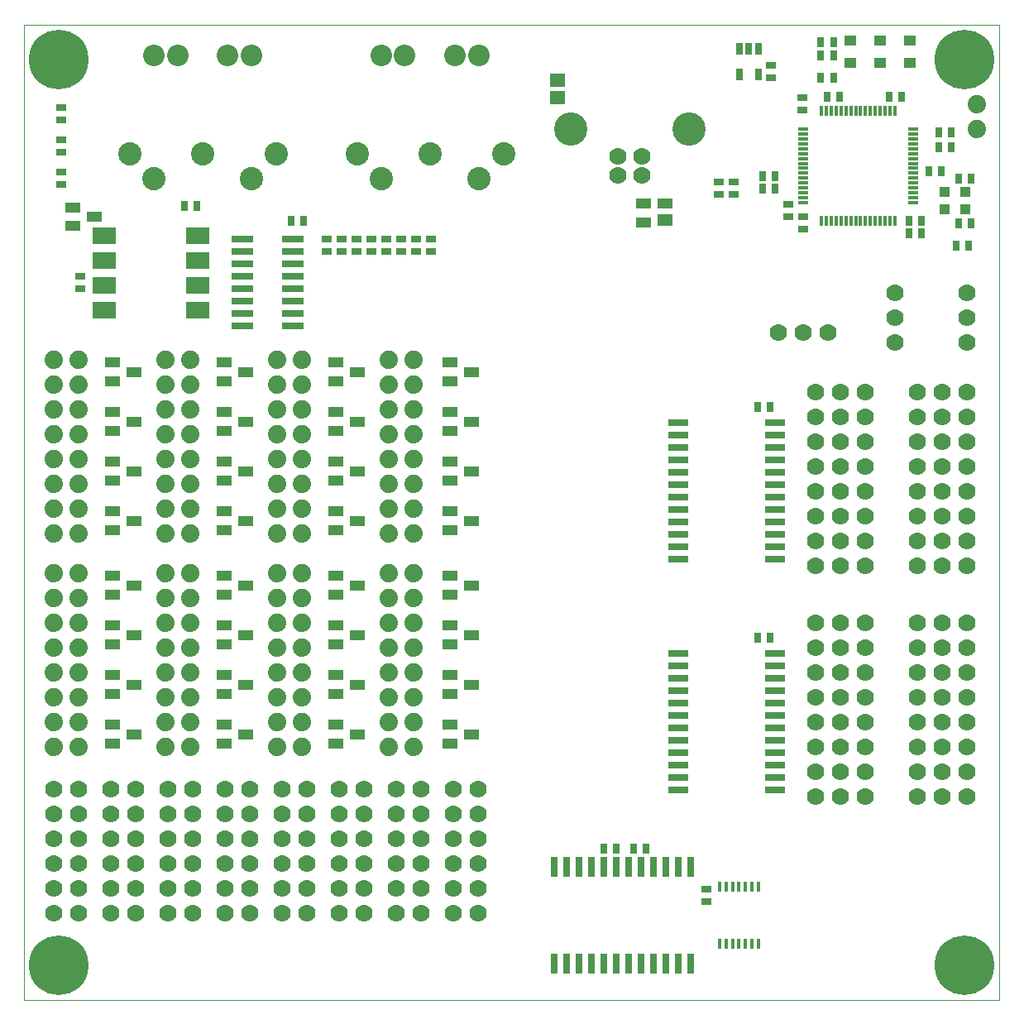
<source format=gts>
G75*
%MOIN*%
%OFA0B0*%
%FSLAX25Y25*%
%IPPOS*%
%LPD*%
%AMOC8*
5,1,8,0,0,1.08239X$1,22.5*
%
%ADD10C,0.00000*%
%ADD11C,0.07000*%
%ADD12C,0.13400*%
%ADD13R,0.09061X0.02762*%
%ADD14C,0.09400*%
%ADD15C,0.08668*%
%ADD16R,0.05912X0.04337*%
%ADD17R,0.02565X0.05124*%
%ADD18R,0.03156X0.03943*%
%ADD19R,0.03943X0.03156*%
%ADD20R,0.08400X0.02762*%
%ADD21R,0.05124X0.04250*%
%ADD22R,0.09455X0.06699*%
%ADD23R,0.06069X0.04337*%
%ADD24R,0.06069X0.05124*%
%ADD25C,0.07400*%
%ADD26R,0.06306X0.05518*%
%ADD27R,0.04337X0.01581*%
%ADD28R,0.01581X0.04337*%
%ADD29R,0.04337X0.03943*%
%ADD30R,0.02762X0.08400*%
%ADD31R,0.01600X0.04300*%
%ADD32C,0.24022*%
D10*
X0001500Y0001500D02*
X0001500Y0394500D01*
X0394500Y0394500D01*
X0394500Y0001500D01*
X0001500Y0001500D01*
D11*
X0013500Y0036500D03*
X0013500Y0046500D03*
X0023500Y0046500D03*
X0023500Y0036500D03*
X0036500Y0036500D03*
X0036500Y0046500D03*
X0046500Y0046500D03*
X0046500Y0036500D03*
X0059500Y0036500D03*
X0059500Y0046500D03*
X0069500Y0046500D03*
X0069500Y0036500D03*
X0082500Y0036500D03*
X0082500Y0046500D03*
X0082500Y0056500D03*
X0082500Y0066500D03*
X0082500Y0076500D03*
X0082500Y0086500D03*
X0092500Y0086500D03*
X0092500Y0076500D03*
X0092500Y0066500D03*
X0092500Y0056500D03*
X0092500Y0046500D03*
X0092500Y0036500D03*
X0105500Y0036500D03*
X0105500Y0046500D03*
X0105500Y0056500D03*
X0105500Y0066500D03*
X0105500Y0076500D03*
X0105500Y0086500D03*
X0115500Y0086500D03*
X0115500Y0076500D03*
X0115500Y0066500D03*
X0115500Y0056500D03*
X0115500Y0046500D03*
X0115500Y0036500D03*
X0128500Y0036500D03*
X0128500Y0046500D03*
X0138500Y0046500D03*
X0138500Y0036500D03*
X0151500Y0036500D03*
X0151500Y0046500D03*
X0161500Y0046500D03*
X0161500Y0036500D03*
X0174500Y0036500D03*
X0174500Y0046500D03*
X0184500Y0046500D03*
X0184500Y0036500D03*
X0184500Y0056500D03*
X0184500Y0066500D03*
X0174500Y0066500D03*
X0174500Y0056500D03*
X0161500Y0056500D03*
X0161500Y0066500D03*
X0151500Y0066500D03*
X0151500Y0056500D03*
X0138500Y0056500D03*
X0138500Y0066500D03*
X0128500Y0066500D03*
X0128500Y0056500D03*
X0128500Y0076500D03*
X0128500Y0086500D03*
X0138500Y0086500D03*
X0138500Y0076500D03*
X0151500Y0076500D03*
X0151500Y0086500D03*
X0161500Y0086500D03*
X0161500Y0076500D03*
X0174500Y0076500D03*
X0174500Y0086500D03*
X0184500Y0086500D03*
X0184500Y0076500D03*
X0069500Y0076500D03*
X0069500Y0086500D03*
X0059500Y0086500D03*
X0059500Y0076500D03*
X0059500Y0066500D03*
X0059500Y0056500D03*
X0069500Y0056500D03*
X0069500Y0066500D03*
X0046500Y0066500D03*
X0046500Y0056500D03*
X0036500Y0056500D03*
X0036500Y0066500D03*
X0036500Y0076500D03*
X0036500Y0086500D03*
X0046500Y0086500D03*
X0046500Y0076500D03*
X0023500Y0076500D03*
X0023500Y0086500D03*
X0013500Y0086500D03*
X0013500Y0076500D03*
X0013500Y0066500D03*
X0013500Y0056500D03*
X0023500Y0056500D03*
X0023500Y0066500D03*
X0240579Y0333700D03*
X0240579Y0341500D03*
X0250421Y0341500D03*
X0250421Y0333700D03*
X0305500Y0270500D03*
X0315500Y0270500D03*
X0325500Y0270500D03*
X0320500Y0246500D03*
X0320500Y0236500D03*
X0320500Y0226500D03*
X0320500Y0216500D03*
X0320500Y0206500D03*
X0320500Y0196500D03*
X0320500Y0186500D03*
X0320500Y0176500D03*
X0330500Y0176500D03*
X0340500Y0176500D03*
X0340500Y0186500D03*
X0340500Y0196500D03*
X0330500Y0196500D03*
X0330500Y0186500D03*
X0330500Y0206500D03*
X0330500Y0216500D03*
X0340500Y0216500D03*
X0340500Y0206500D03*
X0340500Y0226500D03*
X0340500Y0236500D03*
X0330500Y0236500D03*
X0330500Y0226500D03*
X0330500Y0246500D03*
X0340500Y0246500D03*
X0352500Y0266500D03*
X0352500Y0276500D03*
X0352500Y0286500D03*
X0381500Y0286500D03*
X0381500Y0276500D03*
X0381500Y0266500D03*
X0381500Y0246500D03*
X0381500Y0236500D03*
X0381500Y0226500D03*
X0381500Y0216500D03*
X0381500Y0206500D03*
X0381500Y0196500D03*
X0381500Y0186500D03*
X0381500Y0176500D03*
X0371500Y0176500D03*
X0361500Y0176500D03*
X0361500Y0186500D03*
X0361500Y0196500D03*
X0371500Y0196500D03*
X0371500Y0186500D03*
X0371500Y0206500D03*
X0371500Y0216500D03*
X0361500Y0216500D03*
X0361500Y0206500D03*
X0361500Y0226500D03*
X0361500Y0236500D03*
X0371500Y0236500D03*
X0371500Y0226500D03*
X0371500Y0246500D03*
X0361500Y0246500D03*
X0361500Y0153500D03*
X0361500Y0143500D03*
X0371500Y0143500D03*
X0371500Y0153500D03*
X0381500Y0153500D03*
X0381500Y0143500D03*
X0381500Y0133500D03*
X0381500Y0123500D03*
X0381500Y0113500D03*
X0381500Y0103500D03*
X0381500Y0093500D03*
X0381500Y0083500D03*
X0371500Y0083500D03*
X0371500Y0093500D03*
X0361500Y0093500D03*
X0361500Y0083500D03*
X0361500Y0103500D03*
X0361500Y0113500D03*
X0371500Y0113500D03*
X0371500Y0103500D03*
X0371500Y0123500D03*
X0371500Y0133500D03*
X0361500Y0133500D03*
X0361500Y0123500D03*
X0340500Y0123500D03*
X0340500Y0133500D03*
X0330500Y0133500D03*
X0330500Y0123500D03*
X0330500Y0113500D03*
X0330500Y0103500D03*
X0340500Y0103500D03*
X0340500Y0113500D03*
X0340500Y0093500D03*
X0340500Y0083500D03*
X0330500Y0083500D03*
X0330500Y0093500D03*
X0320500Y0093500D03*
X0320500Y0083500D03*
X0320500Y0103500D03*
X0320500Y0113500D03*
X0320500Y0123500D03*
X0320500Y0133500D03*
X0320500Y0143500D03*
X0320500Y0153500D03*
X0330500Y0153500D03*
X0330500Y0143500D03*
X0340500Y0143500D03*
X0340500Y0153500D03*
D12*
X0269200Y0352200D03*
X0221800Y0352200D03*
D13*
X0109736Y0308000D03*
X0109736Y0303000D03*
X0109736Y0298000D03*
X0109736Y0293000D03*
X0109736Y0288000D03*
X0109736Y0283000D03*
X0109736Y0278000D03*
X0109736Y0273000D03*
X0089264Y0273000D03*
X0089264Y0278000D03*
X0089264Y0283000D03*
X0089264Y0288000D03*
X0089264Y0293000D03*
X0089264Y0298000D03*
X0089264Y0303000D03*
X0089264Y0308000D03*
D14*
X0093135Y0332306D03*
X0103135Y0342227D03*
X0073489Y0342187D03*
X0053765Y0332266D03*
X0044040Y0342227D03*
X0135540Y0342227D03*
X0145265Y0332266D03*
X0164989Y0342187D03*
X0184635Y0332306D03*
X0194635Y0342227D03*
D15*
X0184635Y0382027D03*
X0174935Y0382027D03*
X0154835Y0382027D03*
X0145235Y0382027D03*
X0093135Y0382027D03*
X0083435Y0382027D03*
X0063335Y0382027D03*
X0053735Y0382027D03*
D16*
X0029831Y0317000D03*
X0021169Y0313260D03*
X0021169Y0320740D03*
X0037169Y0258240D03*
X0037169Y0250760D03*
X0045831Y0254500D03*
X0037169Y0238240D03*
X0037169Y0230760D03*
X0045831Y0234500D03*
X0037169Y0218240D03*
X0037169Y0210760D03*
X0045831Y0214500D03*
X0037169Y0198240D03*
X0037169Y0190760D03*
X0045831Y0194500D03*
X0037169Y0172240D03*
X0037169Y0164760D03*
X0045831Y0168500D03*
X0037169Y0152240D03*
X0037169Y0144760D03*
X0045831Y0148500D03*
X0037169Y0132240D03*
X0037169Y0124760D03*
X0045831Y0128500D03*
X0037169Y0112240D03*
X0037169Y0104760D03*
X0045831Y0108500D03*
X0082169Y0104760D03*
X0082169Y0112240D03*
X0090831Y0108500D03*
X0082169Y0124760D03*
X0082169Y0132240D03*
X0090831Y0128500D03*
X0082169Y0144760D03*
X0082169Y0152240D03*
X0090831Y0148500D03*
X0082169Y0164760D03*
X0082169Y0172240D03*
X0090831Y0168500D03*
X0082169Y0190760D03*
X0082169Y0198240D03*
X0090831Y0194500D03*
X0082169Y0210760D03*
X0082169Y0218240D03*
X0090831Y0214500D03*
X0082169Y0230760D03*
X0082169Y0238240D03*
X0090831Y0234500D03*
X0082169Y0250760D03*
X0082169Y0258240D03*
X0090831Y0254500D03*
X0127169Y0250760D03*
X0127169Y0258240D03*
X0135831Y0254500D03*
X0127169Y0238240D03*
X0127169Y0230760D03*
X0135831Y0234500D03*
X0127169Y0218240D03*
X0127169Y0210760D03*
X0135831Y0214500D03*
X0127169Y0198240D03*
X0127169Y0190760D03*
X0135831Y0194500D03*
X0127169Y0172240D03*
X0127169Y0164760D03*
X0135831Y0168500D03*
X0127169Y0152240D03*
X0127169Y0144760D03*
X0135831Y0148500D03*
X0127169Y0132240D03*
X0127169Y0124760D03*
X0135831Y0128500D03*
X0127169Y0112240D03*
X0127169Y0104760D03*
X0135831Y0108500D03*
X0173169Y0104760D03*
X0173169Y0112240D03*
X0181831Y0108500D03*
X0173169Y0124760D03*
X0173169Y0132240D03*
X0181831Y0128500D03*
X0173169Y0144760D03*
X0173169Y0152240D03*
X0181831Y0148500D03*
X0173169Y0164760D03*
X0173169Y0172240D03*
X0181831Y0168500D03*
X0173169Y0190760D03*
X0173169Y0198240D03*
X0181831Y0194500D03*
X0173169Y0210760D03*
X0173169Y0218240D03*
X0181831Y0214500D03*
X0173169Y0230760D03*
X0173169Y0238240D03*
X0181831Y0234500D03*
X0173169Y0250760D03*
X0173169Y0258240D03*
X0181831Y0254500D03*
D17*
X0289760Y0374382D03*
X0297240Y0374382D03*
X0297240Y0384618D03*
X0293500Y0384618D03*
X0289760Y0384618D03*
D18*
X0322441Y0382000D03*
X0327559Y0382000D03*
X0327559Y0387500D03*
X0322441Y0387500D03*
X0322441Y0373000D03*
X0327559Y0373000D03*
X0330059Y0365500D03*
X0324941Y0365500D03*
X0349941Y0365500D03*
X0355059Y0365500D03*
X0369941Y0351000D03*
X0375059Y0351000D03*
X0375059Y0345000D03*
X0369941Y0345000D03*
X0371059Y0335500D03*
X0365941Y0335500D03*
X0377941Y0332500D03*
X0383059Y0332500D03*
X0383059Y0314500D03*
X0377941Y0314500D03*
X0376941Y0305500D03*
X0382059Y0305500D03*
X0363059Y0310500D03*
X0363059Y0315500D03*
X0357941Y0315500D03*
X0357941Y0310500D03*
X0304059Y0328500D03*
X0298941Y0328500D03*
X0298941Y0333500D03*
X0304059Y0333500D03*
X0302059Y0240500D03*
X0296941Y0240500D03*
X0296941Y0147500D03*
X0302059Y0147500D03*
X0252059Y0062500D03*
X0246941Y0062500D03*
X0240059Y0062500D03*
X0234941Y0062500D03*
X0114059Y0315500D03*
X0108941Y0315500D03*
X0071059Y0321500D03*
X0065941Y0321500D03*
D19*
X0024000Y0293059D03*
X0024000Y0287941D03*
X0016500Y0329941D03*
X0016500Y0335059D03*
X0016500Y0342941D03*
X0016500Y0348059D03*
X0016500Y0355941D03*
X0016500Y0361059D03*
X0123500Y0308059D03*
X0123500Y0302941D03*
X0129500Y0302941D03*
X0129500Y0308059D03*
X0135500Y0308059D03*
X0135500Y0302941D03*
X0141500Y0302941D03*
X0141500Y0308059D03*
X0147500Y0308059D03*
X0147500Y0302941D03*
X0153500Y0302941D03*
X0153500Y0308059D03*
X0159500Y0308059D03*
X0159500Y0302941D03*
X0165500Y0302941D03*
X0165500Y0308059D03*
X0281500Y0325941D03*
X0281500Y0331059D03*
X0287500Y0331059D03*
X0287500Y0325941D03*
X0309500Y0322059D03*
X0309500Y0316941D03*
X0315500Y0317059D03*
X0315500Y0311941D03*
X0315000Y0359941D03*
X0315000Y0365059D03*
X0302500Y0372941D03*
X0302500Y0378059D03*
X0276500Y0046059D03*
X0276500Y0040941D03*
D20*
X0264913Y0086000D03*
X0264913Y0091000D03*
X0264913Y0096000D03*
X0264913Y0101000D03*
X0264913Y0106000D03*
X0264913Y0111000D03*
X0264913Y0116000D03*
X0264913Y0121000D03*
X0264913Y0126000D03*
X0264913Y0131000D03*
X0264913Y0136000D03*
X0264913Y0141000D03*
X0264913Y0179000D03*
X0264913Y0184000D03*
X0264913Y0189000D03*
X0264913Y0194000D03*
X0264913Y0199000D03*
X0264913Y0204000D03*
X0264913Y0209000D03*
X0264913Y0214000D03*
X0264913Y0219000D03*
X0264913Y0224000D03*
X0264913Y0229000D03*
X0264913Y0234000D03*
X0304087Y0234000D03*
X0304087Y0229000D03*
X0304087Y0224000D03*
X0304087Y0219000D03*
X0304087Y0214000D03*
X0304087Y0209000D03*
X0304087Y0204000D03*
X0304087Y0199000D03*
X0304087Y0194000D03*
X0304087Y0189000D03*
X0304087Y0184000D03*
X0304087Y0179000D03*
X0304087Y0141000D03*
X0304087Y0136000D03*
X0304087Y0131000D03*
X0304087Y0126000D03*
X0304087Y0121000D03*
X0304087Y0116000D03*
X0304087Y0111000D03*
X0304087Y0106000D03*
X0304087Y0101000D03*
X0304087Y0096000D03*
X0304087Y0091000D03*
X0304087Y0086000D03*
D21*
X0334500Y0378856D03*
X0334500Y0388126D03*
X0346500Y0388126D03*
X0346500Y0378856D03*
X0358500Y0378856D03*
X0358500Y0388126D03*
D22*
X0071280Y0309500D03*
X0071280Y0299500D03*
X0071280Y0289500D03*
X0071280Y0279500D03*
X0033720Y0279500D03*
X0033720Y0289500D03*
X0033720Y0299500D03*
X0033720Y0309500D03*
D23*
X0251169Y0314760D03*
X0251169Y0322240D03*
X0259831Y0322240D03*
D24*
X0259831Y0315547D03*
D25*
X0158500Y0259500D03*
X0158500Y0249500D03*
X0158500Y0239500D03*
X0158500Y0229500D03*
X0158500Y0219500D03*
X0158500Y0209500D03*
X0158500Y0199500D03*
X0158500Y0189500D03*
X0148500Y0189500D03*
X0148500Y0199500D03*
X0148500Y0209500D03*
X0148500Y0219500D03*
X0148500Y0229500D03*
X0148500Y0239500D03*
X0148500Y0249500D03*
X0148500Y0259500D03*
X0113500Y0259500D03*
X0113500Y0249500D03*
X0103500Y0249500D03*
X0103500Y0259500D03*
X0103500Y0239500D03*
X0113500Y0239500D03*
X0113500Y0229500D03*
X0113500Y0219500D03*
X0103500Y0219500D03*
X0103500Y0229500D03*
X0103500Y0209500D03*
X0103500Y0199500D03*
X0113500Y0199500D03*
X0113500Y0209500D03*
X0113500Y0189500D03*
X0103500Y0189500D03*
X0103500Y0173500D03*
X0103500Y0163500D03*
X0113500Y0163500D03*
X0113500Y0173500D03*
X0113500Y0153500D03*
X0113500Y0143500D03*
X0103500Y0143500D03*
X0103500Y0153500D03*
X0103500Y0133500D03*
X0103500Y0123500D03*
X0113500Y0123500D03*
X0113500Y0133500D03*
X0113500Y0113500D03*
X0113500Y0103500D03*
X0103500Y0103500D03*
X0103500Y0113500D03*
X0068500Y0113500D03*
X0068500Y0103500D03*
X0058500Y0103500D03*
X0058500Y0113500D03*
X0058500Y0123500D03*
X0058500Y0133500D03*
X0058500Y0143500D03*
X0058500Y0153500D03*
X0058500Y0163500D03*
X0058500Y0173500D03*
X0068500Y0173500D03*
X0068500Y0163500D03*
X0068500Y0153500D03*
X0068500Y0143500D03*
X0068500Y0133500D03*
X0068500Y0123500D03*
X0023500Y0123500D03*
X0023500Y0133500D03*
X0013500Y0133500D03*
X0013500Y0123500D03*
X0013500Y0113500D03*
X0013500Y0103500D03*
X0023500Y0103500D03*
X0023500Y0113500D03*
X0023500Y0143500D03*
X0023500Y0153500D03*
X0013500Y0153500D03*
X0013500Y0143500D03*
X0013500Y0163500D03*
X0013500Y0173500D03*
X0023500Y0173500D03*
X0023500Y0163500D03*
X0023500Y0189500D03*
X0013500Y0189500D03*
X0013500Y0199500D03*
X0013500Y0209500D03*
X0023500Y0209500D03*
X0023500Y0199500D03*
X0023500Y0219500D03*
X0023500Y0229500D03*
X0013500Y0229500D03*
X0013500Y0219500D03*
X0013500Y0239500D03*
X0023500Y0239500D03*
X0023500Y0249500D03*
X0023500Y0259500D03*
X0013500Y0259500D03*
X0013500Y0249500D03*
X0058500Y0249500D03*
X0058500Y0259500D03*
X0068500Y0259500D03*
X0068500Y0249500D03*
X0068500Y0239500D03*
X0068500Y0229500D03*
X0068500Y0219500D03*
X0068500Y0209500D03*
X0068500Y0199500D03*
X0068500Y0189500D03*
X0058500Y0189500D03*
X0058500Y0199500D03*
X0058500Y0209500D03*
X0058500Y0219500D03*
X0058500Y0229500D03*
X0058500Y0239500D03*
X0148500Y0173500D03*
X0148500Y0163500D03*
X0148500Y0153500D03*
X0148500Y0143500D03*
X0148500Y0133500D03*
X0148500Y0123500D03*
X0148500Y0113500D03*
X0148500Y0103500D03*
X0158500Y0103500D03*
X0158500Y0113500D03*
X0158500Y0123500D03*
X0158500Y0133500D03*
X0158500Y0143500D03*
X0158500Y0153500D03*
X0158500Y0163500D03*
X0158500Y0173500D03*
X0385500Y0352500D03*
X0385500Y0362500D03*
D26*
X0216500Y0365154D03*
X0216500Y0371846D03*
D27*
X0315354Y0352264D03*
X0315354Y0350295D03*
X0315354Y0348327D03*
X0315354Y0346358D03*
X0315354Y0344390D03*
X0315354Y0342421D03*
X0315354Y0340453D03*
X0315354Y0338484D03*
X0315354Y0336516D03*
X0315354Y0334547D03*
X0315354Y0332579D03*
X0315354Y0330610D03*
X0315354Y0328642D03*
X0315354Y0326673D03*
X0315354Y0324705D03*
X0315354Y0322736D03*
X0359646Y0322736D03*
X0359646Y0324705D03*
X0359646Y0326673D03*
X0359646Y0328642D03*
X0359646Y0330610D03*
X0359646Y0332579D03*
X0359646Y0334547D03*
X0359646Y0336516D03*
X0359646Y0338484D03*
X0359646Y0340453D03*
X0359646Y0342421D03*
X0359646Y0344390D03*
X0359646Y0346358D03*
X0359646Y0348327D03*
X0359646Y0350295D03*
X0359646Y0352264D03*
D28*
X0352264Y0359646D03*
X0350295Y0359646D03*
X0348327Y0359646D03*
X0346358Y0359646D03*
X0344390Y0359646D03*
X0342421Y0359646D03*
X0340453Y0359646D03*
X0338484Y0359646D03*
X0336516Y0359646D03*
X0334547Y0359646D03*
X0332579Y0359646D03*
X0330610Y0359646D03*
X0328642Y0359646D03*
X0326673Y0359646D03*
X0324705Y0359646D03*
X0322736Y0359646D03*
X0322736Y0315354D03*
X0324705Y0315354D03*
X0326673Y0315354D03*
X0328642Y0315354D03*
X0330610Y0315354D03*
X0332579Y0315354D03*
X0334547Y0315354D03*
X0336516Y0315354D03*
X0338484Y0315354D03*
X0340453Y0315354D03*
X0342421Y0315354D03*
X0344390Y0315354D03*
X0346358Y0315354D03*
X0348327Y0315354D03*
X0350295Y0315354D03*
X0352264Y0315354D03*
D29*
X0372465Y0320055D03*
X0372465Y0326945D03*
X0380535Y0326945D03*
X0380535Y0320055D03*
D30*
X0270000Y0055087D03*
X0265000Y0055087D03*
X0260000Y0055087D03*
X0255000Y0055087D03*
X0250000Y0055087D03*
X0245000Y0055087D03*
X0240000Y0055087D03*
X0235000Y0055087D03*
X0230000Y0055087D03*
X0225000Y0055087D03*
X0220000Y0055087D03*
X0215000Y0055087D03*
X0215000Y0015913D03*
X0220000Y0015913D03*
X0225000Y0015913D03*
X0230000Y0015913D03*
X0235000Y0015913D03*
X0240000Y0015913D03*
X0245000Y0015913D03*
X0250000Y0015913D03*
X0255000Y0015913D03*
X0260000Y0015913D03*
X0265000Y0015913D03*
X0270000Y0015913D03*
D31*
X0281823Y0024013D03*
X0284382Y0024013D03*
X0286941Y0024013D03*
X0289500Y0024013D03*
X0292059Y0024013D03*
X0294618Y0024013D03*
X0297177Y0024013D03*
X0297177Y0046987D03*
X0294618Y0046987D03*
X0292059Y0046987D03*
X0289500Y0046987D03*
X0286941Y0046987D03*
X0284382Y0046987D03*
X0281823Y0046987D03*
D32*
X0380500Y0015500D03*
X0380500Y0380500D03*
X0015500Y0380500D03*
X0015500Y0015500D03*
M02*

</source>
